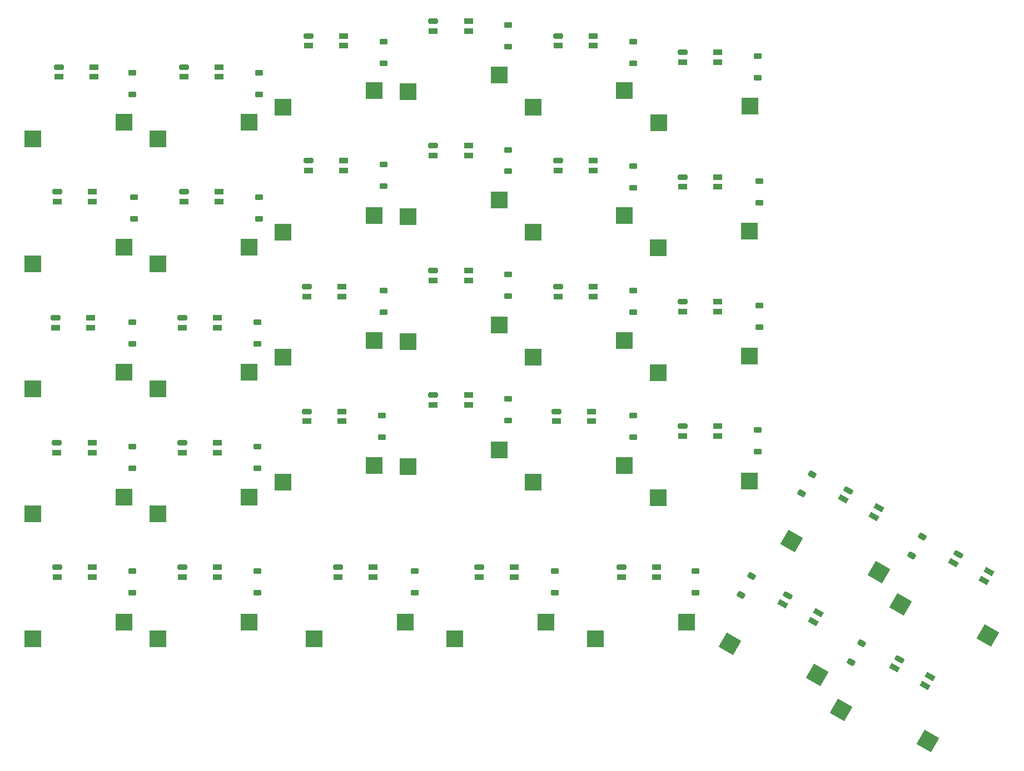
<source format=gbr>
%TF.GenerationSoftware,KiCad,Pcbnew,9.0.0*%
%TF.CreationDate,2025-08-26T18:36:53+02:00*%
%TF.ProjectId,keyboard,6b657962-6f61-4726-942e-6b696361645f,rev?*%
%TF.SameCoordinates,Original*%
%TF.FileFunction,Paste,Bot*%
%TF.FilePolarity,Positive*%
%FSLAX46Y46*%
G04 Gerber Fmt 4.6, Leading zero omitted, Abs format (unit mm)*
G04 Created by KiCad (PCBNEW 9.0.0) date 2025-08-26 18:36:53*
%MOMM*%
%LPD*%
G01*
G04 APERTURE LIST*
G04 Aperture macros list*
%AMRoundRect*
0 Rectangle with rounded corners*
0 $1 Rounding radius*
0 $2 $3 $4 $5 $6 $7 $8 $9 X,Y pos of 4 corners*
0 Add a 4 corners polygon primitive as box body*
4,1,4,$2,$3,$4,$5,$6,$7,$8,$9,$2,$3,0*
0 Add four circle primitives for the rounded corners*
1,1,$1+$1,$2,$3*
1,1,$1+$1,$4,$5*
1,1,$1+$1,$6,$7*
1,1,$1+$1,$8,$9*
0 Add four rect primitives between the rounded corners*
20,1,$1+$1,$2,$3,$4,$5,0*
20,1,$1+$1,$4,$5,$6,$7,0*
20,1,$1+$1,$6,$7,$8,$9,0*
20,1,$1+$1,$8,$9,$2,$3,0*%
%AMRotRect*
0 Rectangle, with rotation*
0 The origin of the aperture is its center*
0 $1 length*
0 $2 width*
0 $3 Rotation angle, in degrees counterclockwise*
0 Add horizontal line*
21,1,$1,$2,0,0,$3*%
G04 Aperture macros list end*
%ADD10R,2.550000X2.500000*%
%ADD11RoundRect,0.225000X-0.375000X0.225000X-0.375000X-0.225000X0.375000X-0.225000X0.375000X0.225000X0*%
%ADD12RotRect,2.550000X2.500000X150.000000*%
%ADD13RoundRect,0.225000X-0.212260X0.382356X-0.437260X-0.007356X0.212260X-0.382356X0.437260X0.007356X0*%
%ADD14RotRect,1.450000X0.820000X150.000000*%
%ADD15RoundRect,0.205000X0.552833X-0.082465X-0.347833X0.437535X-0.552833X0.082465X0.347833X-0.437535X0*%
%ADD16R,1.450000X0.820000*%
%ADD17RoundRect,0.205000X0.520000X0.205000X-0.520000X0.205000X-0.520000X-0.205000X0.520000X-0.205000X0*%
G04 APERTURE END LIST*
D10*
%TO.C,K_3*%
X280685000Y-161780000D03*
X294535000Y-159240000D03*
%TD*%
%TO.C,K_0*%
X242475000Y-157017500D03*
X256325000Y-154477500D03*
%TD*%
D11*
%TO.C,D_0*%
X257750000Y-146850000D03*
X257750000Y-150150000D03*
%TD*%
D10*
%TO.C,K_1*%
X223425000Y-159398750D03*
X237275000Y-156858750D03*
%TD*%
D11*
%TO.C,D_1*%
X238750000Y-149350000D03*
X238750000Y-152650000D03*
%TD*%
D10*
%TO.C,K_2*%
X261525000Y-159398750D03*
X275375000Y-156858750D03*
%TD*%
D11*
%TO.C,D_2*%
X276750000Y-149350000D03*
X276750000Y-152650000D03*
%TD*%
%TO.C,D_3*%
X295750000Y-151600000D03*
X295750000Y-154900000D03*
%TD*%
D10*
%TO.C,K_4*%
X185325000Y-164161250D03*
X199175000Y-161621250D03*
%TD*%
D11*
%TO.C,D_4*%
X200500000Y-154100000D03*
X200500000Y-157400000D03*
%TD*%
D10*
%TO.C,K_5*%
X204375000Y-164161250D03*
X218225000Y-161621250D03*
%TD*%
D11*
%TO.C,D_5*%
X219750000Y-154100000D03*
X219750000Y-157400000D03*
%TD*%
D10*
%TO.C,K_6*%
X242475000Y-176067500D03*
X256325000Y-173527500D03*
%TD*%
D11*
%TO.C,D_6*%
X257750000Y-165850000D03*
X257750000Y-169150000D03*
%TD*%
D10*
%TO.C,K_7*%
X223425000Y-178448750D03*
X237275000Y-175908750D03*
%TD*%
D11*
%TO.C,D_7*%
X238750000Y-168100000D03*
X238750000Y-171400000D03*
%TD*%
D10*
%TO.C,K_8*%
X261525000Y-178448750D03*
X275375000Y-175908750D03*
%TD*%
D11*
%TO.C,D_8*%
X276750000Y-168350000D03*
X276750000Y-171650000D03*
%TD*%
D10*
%TO.C,K_9*%
X280575000Y-180830000D03*
X294425000Y-178290000D03*
%TD*%
D11*
%TO.C,D_9*%
X296000000Y-170600000D03*
X296000000Y-173900000D03*
%TD*%
D10*
%TO.C,K_10*%
X185325000Y-183211250D03*
X199175000Y-180671250D03*
%TD*%
D11*
%TO.C,D_10*%
X200750000Y-173100000D03*
X200750000Y-176400000D03*
%TD*%
D10*
%TO.C,K_11*%
X204375000Y-183211250D03*
X218225000Y-180671250D03*
%TD*%
D11*
%TO.C,D_11*%
X219750000Y-173100000D03*
X219750000Y-176400000D03*
%TD*%
D10*
%TO.C,K_12*%
X242475000Y-195117500D03*
X256325000Y-192577500D03*
%TD*%
D11*
%TO.C,D_12*%
X257750000Y-184850000D03*
X257750000Y-188150000D03*
%TD*%
D10*
%TO.C,K_13*%
X223425000Y-197498750D03*
X237275000Y-194958750D03*
%TD*%
D11*
%TO.C,D_13*%
X238750000Y-187350000D03*
X238750000Y-190650000D03*
%TD*%
D10*
%TO.C,K_14*%
X261525000Y-197498750D03*
X275375000Y-194958750D03*
%TD*%
D11*
%TO.C,D_14*%
X276750000Y-187350000D03*
X276750000Y-190650000D03*
%TD*%
D10*
%TO.C,K_15*%
X280575000Y-199880000D03*
X294425000Y-197340000D03*
%TD*%
D11*
%TO.C,D_15*%
X296000000Y-189600000D03*
X296000000Y-192900000D03*
%TD*%
D10*
%TO.C,K_16*%
X185325000Y-202261250D03*
X199175000Y-199721250D03*
%TD*%
D11*
%TO.C,D_16*%
X200500000Y-192100000D03*
X200500000Y-195400000D03*
%TD*%
D10*
%TO.C,K_17*%
X204375000Y-202261250D03*
X218225000Y-199721250D03*
%TD*%
D11*
%TO.C,D_17*%
X219500000Y-192100000D03*
X219500000Y-195400000D03*
%TD*%
D10*
%TO.C,K_18*%
X242475000Y-214167500D03*
X256325000Y-211627500D03*
%TD*%
D11*
%TO.C,D_18*%
X257750000Y-203850000D03*
X257750000Y-207150000D03*
%TD*%
D10*
%TO.C,K_19*%
X223425000Y-216548750D03*
X237275000Y-214008750D03*
%TD*%
D11*
%TO.C,D_19*%
X238500000Y-206350000D03*
X238500000Y-209650000D03*
%TD*%
D10*
%TO.C,K_20*%
X261525000Y-216548750D03*
X275375000Y-214008750D03*
%TD*%
D11*
%TO.C,D_20*%
X276750000Y-206350000D03*
X276750000Y-209650000D03*
%TD*%
D10*
%TO.C,K_21*%
X280575000Y-218930000D03*
X294425000Y-216390000D03*
%TD*%
D11*
%TO.C,D_21*%
X295750000Y-208600000D03*
X295750000Y-211900000D03*
%TD*%
D10*
%TO.C,K_22*%
X185325000Y-221311250D03*
X199175000Y-218771250D03*
%TD*%
D11*
%TO.C,D_22*%
X200500000Y-211100000D03*
X200500000Y-214400000D03*
%TD*%
D10*
%TO.C,K_23*%
X204375000Y-221311250D03*
X218225000Y-218771250D03*
%TD*%
D11*
%TO.C,D_23*%
X219500000Y-211100000D03*
X219500000Y-214400000D03*
%TD*%
D10*
%TO.C,K_24*%
X185325000Y-240361250D03*
X199175000Y-237821250D03*
%TD*%
D11*
%TO.C,D_24*%
X200500000Y-230100000D03*
X200500000Y-233400000D03*
%TD*%
D10*
%TO.C,K_25*%
X204375000Y-240361250D03*
X218225000Y-237821250D03*
%TD*%
D11*
%TO.C,D_25*%
X219500000Y-230100000D03*
X219500000Y-233400000D03*
%TD*%
D10*
%TO.C,K_26*%
X228187500Y-240361250D03*
X242037500Y-237821250D03*
%TD*%
D11*
%TO.C,D_26*%
X243500000Y-230100000D03*
X243500000Y-233400000D03*
%TD*%
D10*
%TO.C,K_27*%
X249600000Y-240361250D03*
X263450000Y-237821250D03*
%TD*%
D11*
%TO.C,D_27*%
X264862500Y-230100000D03*
X264862500Y-233400000D03*
%TD*%
D10*
%TO.C,K_28*%
X271050000Y-240361250D03*
X284900000Y-237821250D03*
%TD*%
D11*
%TO.C,D_28*%
X286250000Y-230100000D03*
X286250000Y-233400000D03*
%TD*%
D12*
%TO.C,K_29*%
X300917437Y-225481808D03*
X314181889Y-230207104D03*
%TD*%
D13*
%TO.C,D_29*%
X304075000Y-215321058D03*
X302425000Y-218178942D03*
%TD*%
D12*
%TO.C,K_30*%
X317518028Y-235159409D03*
X330782480Y-239884705D03*
%TD*%
D13*
%TO.C,D_30*%
X320825000Y-224821058D03*
X319175000Y-227678942D03*
%TD*%
D12*
%TO.C,K_31*%
X291518028Y-241159409D03*
X304782480Y-245884705D03*
%TD*%
D13*
%TO.C,D_31*%
X294825000Y-230821058D03*
X293175000Y-233678942D03*
%TD*%
D12*
%TO.C,K_32*%
X308403721Y-251239409D03*
X321668173Y-255964705D03*
%TD*%
D13*
%TO.C,D_32*%
X311575000Y-241071058D03*
X309925000Y-243928942D03*
%TD*%
D14*
%TO.C,D25*%
X308808382Y-219062019D03*
X313441618Y-221737019D03*
X314191618Y-220437981D03*
D15*
X309558382Y-217762981D03*
%TD*%
D16*
%TO.C,D2*%
X265325000Y-150000000D03*
X270675000Y-150000000D03*
X270675000Y-148500000D03*
D17*
X265325000Y-148500000D03*
%TD*%
D14*
%TO.C,D27*%
X316558382Y-244812019D03*
X321191618Y-247487019D03*
X321941618Y-246187981D03*
D15*
X317308382Y-243512981D03*
%TD*%
D16*
%TO.C,D33*%
X189075000Y-231000000D03*
X194425000Y-231000000D03*
X194425000Y-229500000D03*
D17*
X189075000Y-229500000D03*
%TD*%
D14*
%TO.C,D28*%
X299558382Y-235062019D03*
X304191618Y-237737019D03*
X304941618Y-236437981D03*
D15*
X300308382Y-233762981D03*
%TD*%
D16*
%TO.C,D32*%
X208075000Y-231000000D03*
X213425000Y-231000000D03*
X213425000Y-229500000D03*
D17*
X208075000Y-229500000D03*
%TD*%
D16*
%TO.C,D31*%
X231825000Y-231000000D03*
X237175000Y-231000000D03*
X237175000Y-229500000D03*
D17*
X231825000Y-229500000D03*
%TD*%
D16*
%TO.C,D3*%
X246325000Y-147750000D03*
X251675000Y-147750000D03*
X251675000Y-146250000D03*
D17*
X246325000Y-146250000D03*
%TD*%
D16*
%TO.C,D12*%
X284325000Y-171500000D03*
X289675000Y-171500000D03*
X289675000Y-170000000D03*
D17*
X284325000Y-170000000D03*
%TD*%
D16*
%TO.C,D15*%
X246325000Y-185750000D03*
X251675000Y-185750000D03*
X251675000Y-184250000D03*
D17*
X246325000Y-184250000D03*
%TD*%
D16*
%TO.C,D1*%
X284325000Y-152500000D03*
X289675000Y-152500000D03*
X289675000Y-151000000D03*
D17*
X284325000Y-151000000D03*
%TD*%
D16*
%TO.C,D16*%
X227075000Y-188250000D03*
X232425000Y-188250000D03*
X232425000Y-186750000D03*
D17*
X227075000Y-186750000D03*
%TD*%
D16*
%TO.C,D18*%
X188825000Y-193000000D03*
X194175000Y-193000000D03*
X194175000Y-191500000D03*
D17*
X188825000Y-191500000D03*
%TD*%
D16*
%TO.C,D29*%
X275000000Y-231000000D03*
X280350000Y-231000000D03*
X280350000Y-229500000D03*
D17*
X275000000Y-229500000D03*
%TD*%
D16*
%TO.C,D13*%
X284325000Y-190500000D03*
X289675000Y-190500000D03*
X289675000Y-189000000D03*
D17*
X284325000Y-189000000D03*
%TD*%
D16*
%TO.C,D6*%
X189325000Y-154750000D03*
X194675000Y-154750000D03*
X194675000Y-153250000D03*
D17*
X189325000Y-153250000D03*
%TD*%
D16*
%TO.C,D21*%
X227075000Y-207250000D03*
X232425000Y-207250000D03*
X232425000Y-205750000D03*
D17*
X227075000Y-205750000D03*
%TD*%
D16*
%TO.C,D4*%
X227325000Y-150000000D03*
X232675000Y-150000000D03*
X232675000Y-148500000D03*
D17*
X227325000Y-148500000D03*
%TD*%
D14*
%TO.C,D26*%
X325558382Y-228812019D03*
X330191618Y-231487019D03*
X330941618Y-230187981D03*
D15*
X326308382Y-227512981D03*
%TD*%
D16*
%TO.C,D20*%
X208075000Y-212000000D03*
X213425000Y-212000000D03*
X213425000Y-210500000D03*
D17*
X208075000Y-210500000D03*
%TD*%
D16*
%TO.C,D17*%
X208075000Y-193000000D03*
X213425000Y-193000000D03*
X213425000Y-191500000D03*
D17*
X208075000Y-191500000D03*
%TD*%
D16*
%TO.C,D5*%
X208325000Y-154750000D03*
X213675000Y-154750000D03*
X213675000Y-153250000D03*
D17*
X208325000Y-153250000D03*
%TD*%
D16*
%TO.C,D11*%
X265325000Y-169000000D03*
X270675000Y-169000000D03*
X270675000Y-167500000D03*
D17*
X265325000Y-167500000D03*
%TD*%
D16*
%TO.C,D30*%
X253325000Y-231000000D03*
X258675000Y-231000000D03*
X258675000Y-229500000D03*
D17*
X253325000Y-229500000D03*
%TD*%
D16*
%TO.C,D8*%
X208325000Y-173750000D03*
X213675000Y-173750000D03*
X213675000Y-172250000D03*
D17*
X208325000Y-172250000D03*
%TD*%
D16*
%TO.C,D7*%
X189075000Y-173750000D03*
X194425000Y-173750000D03*
X194425000Y-172250000D03*
D17*
X189075000Y-172250000D03*
%TD*%
D16*
%TO.C,D10*%
X246325000Y-166750000D03*
X251675000Y-166750000D03*
X251675000Y-165250000D03*
D17*
X246325000Y-165250000D03*
%TD*%
D16*
%TO.C,D22*%
X246325000Y-204750000D03*
X251675000Y-204750000D03*
X251675000Y-203250000D03*
D17*
X246325000Y-203250000D03*
%TD*%
D16*
%TO.C,D14*%
X265325000Y-188250000D03*
X270675000Y-188250000D03*
X270675000Y-186750000D03*
D17*
X265325000Y-186750000D03*
%TD*%
D16*
%TO.C,D9*%
X227325000Y-169000000D03*
X232675000Y-169000000D03*
X232675000Y-167500000D03*
D17*
X227325000Y-167500000D03*
%TD*%
D16*
%TO.C,D24*%
X284325000Y-209500000D03*
X289675000Y-209500000D03*
X289675000Y-208000000D03*
D17*
X284325000Y-208000000D03*
%TD*%
D16*
%TO.C,D19*%
X189000000Y-212000000D03*
X194350000Y-212000000D03*
X194350000Y-210500000D03*
D17*
X189000000Y-210500000D03*
%TD*%
D16*
%TO.C,D23*%
X265075000Y-207250000D03*
X270425000Y-207250000D03*
X270425000Y-205750000D03*
D17*
X265075000Y-205750000D03*
%TD*%
M02*

</source>
